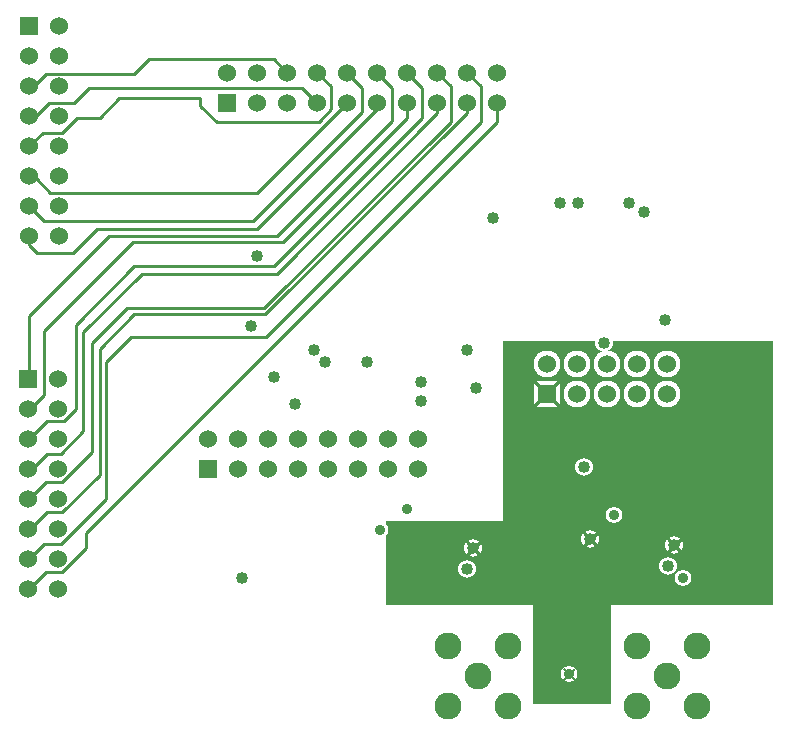
<source format=gbr>
G04 Title: RX Daughterboard, layergroup #4 *
G04 Creator: pcb-bin 1.99q *
G04 CreationDate: Thu Mar  2 20:16:19 2006 UTC *
G04 For: matt *
G04 Format: Gerber/RS-274X *
G04 PCB-Dimensions: 275000 250000 *
G04 PCB-Coordinate-Origin: lower left *
%MOIN*%
%FSLAX24Y24*%
G04 contains layers Vcc-sldr (2) *
%IPPOS*%
%ADD11C,0.0080*%
%ADD12C,0.0280*%
%ADD13C,0.0100*%
%ADD14C,0.0300*%
%ADD15R,0.0240X0.0240*%
%ADD16R,0.0440X0.0440*%
%ADD17R,0.0300X0.0300*%
%ADD18C,0.0060*%
%ADD19R,0.0200X0.0200*%
%ADD20R,0.0540X0.0540*%
%ADD21C,0.0200*%
%ADD22C,0.0500*%
%ADD23R,0.0500X0.0500*%
%ADD24R,0.0600X0.0600*%
%ADD25R,0.0660X0.0660*%
%ADD26R,0.0900X0.0900X0.0600X0.0600*%
%ADD27R,0.0900X0.0900*%
%ADD28C,0.0600*%
%ADD29C,0.0660*%
%AMTHERM1*7,0,0,0.0900,0.0600,0.0100,45*%
%ADD30THERM1*%
%ADD31C,0.0900X0.0600*%
%ADD32C,0.0900*%
%ADD33C,0.1200X0.0900*%
%ADD34C,0.1200*%
%ADD35C,0.0150*%
%AMTHERM2*7,0,0,0.1200,0.0900,0.0150,45*%
%ADD36THERM2*%
%ADD37C,0.0720*%
%ADD38C,0.0920X0.0720*%
%ADD39C,0.0920*%
%ADD40C,0.0240*%
%ADD41C,0.0340*%
%ADD42C,0.1320*%
%ADD43C,0.1100*%
%ADD44C,0.1520*%
%ADD45C,0.1520X0.1320*%
%ADD46C,0.0400*%
%ADD47C,0.0600X0.0400*%
%AMTHERM3*7,0,0,0.0600,0.0400,0.0100,45*%
%ADD48THERM3*%
%ADD49C,0.0360*%
%ADD50C,0.0560*%
%ADD51C,0.0560X0.0360*%
%AMTHERM4*7,0,0,0.0560,0.0360,0.0080,45*%
%ADD52THERM4*%
%LNGROUP_3*%
%LPD*%
G01X0Y0D02*
G54D13*G36*
X17900Y900D02*X20500D01*
Y4700D01*
X17900D01*
Y900D01*
G37*
G36*
X13000Y7000D02*X18500D01*
Y4200D01*
X13000D01*
Y7000D01*
G37*
G36*
X25900Y4200D02*X16900D01*
Y13000D01*
X25900D01*
Y4200D01*
G37*
%LNCUTS*%
%LPC*%
G54D50*X19100Y1900D03*
G54D28*X15700Y5400D03*
X15900Y6100D03*
G54D50*X12800Y6700D03*
G54D28*X22400Y5500D03*
X22600Y6200D03*
X19800Y6400D03*
G54D50*X20600Y7200D03*
X22900Y5100D03*
G54D28*X20250Y12950D03*
X19600Y8800D03*
G54D27*X18350Y11250D03*
G54D32*Y12250D03*
X19350Y11250D03*
Y12250D03*
X20350Y11250D03*
Y12250D03*
X21350Y11250D03*
Y12250D03*
X22350Y11250D03*
Y12250D03*
%LNTRACKS*%
%LPD*%
G54D13*X3650Y8050D02*Y8400D01*
X1650Y5300D02*X1100Y4750D01*
X2194Y5300D02*X1650D01*
X3000Y6105D02*X2194Y5300D01*
X3000Y6600D02*Y6105D01*
X16700Y20300D02*X3000Y6600D01*
X16700Y20950D02*Y20300D01*
X1600Y6250D02*X1150Y5800D01*
X2144Y6250D02*X1600D01*
X3650Y7755D02*X2144Y6250D01*
X3650Y12300D02*Y7755D01*
X4500Y13150D02*X3650Y12300D01*
X9000Y13150D02*X4500D01*
X16150Y20300D02*X9000Y13150D01*
X16150Y21500D02*Y20300D01*
X15700Y21950D02*X16150Y21500D01*
X1700Y7300D02*X1100Y6700D01*
X2194Y7300D02*X1700D01*
X3450Y8555D02*X2194Y7300D01*
X3450Y12750D02*Y8555D01*
X4600Y13900D02*X3450Y12750D01*
X8969Y13900D02*X4600D01*
X15700Y20631D02*X8969Y13900D01*
X15700Y20950D02*Y20631D01*
X1650Y8300D02*X1100Y7750D01*
X2194Y8300D02*X1650D01*
X3200Y9305D02*X2194Y8300D01*
X3200Y12950D02*Y9305D01*
X4350Y14100D02*X3200Y12950D01*
X8928Y14100D02*X4350D01*
X15150Y20321D02*X8928Y14100D01*
X15150Y21500D02*Y20321D01*
X14700Y21950D02*X15150Y21500D01*
X1700Y9250D02*X1150Y8700D01*
X2144Y9250D02*X1700D01*
X2900Y10005D02*X2144Y9250D01*
X2900Y13300D02*Y10005D01*
X4850Y15250D02*X2900Y13300D01*
X9350Y15250D02*X4850D01*
X14700Y20600D02*X9350Y15250D01*
X14700Y20950D02*Y20600D01*
X1700Y10350D02*X1100Y9750D01*
X2244Y10350D02*X1700D01*
X2650Y10755D02*X2244Y10350D01*
X2650Y13550D02*Y10755D01*
X4600Y15500D02*X2650Y13550D01*
X9250Y15500D02*X4600D01*
X14200Y20450D02*X9250Y15500D01*
X14200Y21450D02*Y20450D01*
X13700Y21950D02*X14200Y21450D01*
X1600Y11200D02*X1100Y10700D01*
X1600Y13350D02*Y11200D01*
X4550Y16300D02*X1600Y13350D01*
X9550Y16300D02*X4550D01*
X13700Y20450D02*X9550Y16300D01*
X13700Y20950D02*Y20450D01*
X1100Y13850D02*Y11750D01*
X3750Y16500D02*X1100Y13850D01*
X9350Y16500D02*X3750D01*
X13200Y20350D02*X9350Y16500D01*
X13200Y21450D02*Y20350D01*
X12700Y21950D02*X13200Y21450D01*
X10750Y20300D02*X10800Y20350D01*
X7350Y20300D02*X10750D01*
X6800Y20850D02*X7350Y20300D01*
X6800Y21100D02*Y20850D01*
X4100Y21100D02*X6800D01*
X3450Y20450D02*X4100Y21100D01*
X2700Y20450D02*X3450D01*
X1350Y15950D02*X1100Y16200D01*
X2550Y15950D02*X1350D01*
X3350Y16750D02*X2550Y15950D01*
X8700Y16750D02*X3350D01*
X12700Y20750D02*X8700Y16750D01*
X12700Y20950D02*Y20750D01*
X1150Y17450D02*X1100D01*
X1600Y17000D02*X1150Y17450D01*
X8550Y17000D02*X1600D01*
X12200Y20650D02*X8550Y17000D01*
X12200Y21450D02*Y20650D01*
X11700Y21950D02*X12200Y21450D01*
X1350Y18400D02*X1100D01*
X1800Y17950D02*X1350Y18400D01*
X8700Y17950D02*X1800D01*
X11700Y20950D02*X8700Y17950D01*
X1550Y19950D02*X1100Y19500D01*
X2194Y19950D02*X1550D01*
X2694Y20450D02*X2194Y19950D01*
X1100Y16200D02*Y16400D01*
X11150Y20750D02*X10800Y20350D01*
X11150Y21500D02*Y20750D01*
X10700Y21950D02*X11150Y21500D01*
X1250Y20450D02*X1100D01*
X1750Y20950D02*X1250Y20450D01*
X2600Y20950D02*X1750D01*
X3100Y21450D02*X2600Y20950D01*
X10200Y21450D02*X3100D01*
X10700Y20950D02*X10200Y21450D01*
X1200D02*X1100D01*
X1650Y21900D02*X1200Y21450D01*
X4600Y21900D02*X1650D01*
X5100Y22400D02*X4600Y21900D01*
X9250Y22400D02*X5100D01*
X9700Y21950D02*X9250Y22400D01*
G54D24*X1100Y23500D03*
G54D28*X2100D03*
X1100Y22500D03*
X2100D03*
X1100Y21500D03*
X2100D03*
X1100Y20500D03*
X2100D03*
X1100Y19500D03*
X2100D03*
X1100Y18500D03*
X2100D03*
X1100Y17500D03*
X2100D03*
X1100Y16500D03*
X2100D03*
G54D24*X1050Y11750D03*
G54D28*X2050D03*
X1050Y10750D03*
X2050D03*
X1050Y9750D03*
X2050D03*
X1050Y8750D03*
X2050D03*
X1050Y7750D03*
X2050D03*
X1050Y6750D03*
X2050D03*
X1050Y5750D03*
X2050D03*
X1050Y4750D03*
X2050D03*
G54D24*X7050Y8750D03*
G54D28*Y9750D03*
X8050Y8750D03*
Y9750D03*
X9050Y8750D03*
Y9750D03*
X10050Y8750D03*
Y9750D03*
X11050Y8750D03*
Y9750D03*
X12050Y8750D03*
Y9750D03*
X13050Y8750D03*
Y9750D03*
X14050Y8750D03*
Y9750D03*
G54D32*X22350Y1850D03*
X21350Y2850D03*
X23350D03*
X21350Y850D03*
X23350D03*
X16050Y1850D03*
X15050Y2850D03*
X17050D03*
X15050Y850D03*
X17050D03*
G54D24*X18350Y11250D03*
G54D13*X17900Y11700D02*X18800Y10800D01*
X17900D02*X18800Y11700D01*
G54D28*X18350Y12250D03*
X19350Y11250D03*
Y12250D03*
X20350Y11250D03*
Y12250D03*
X21350Y11250D03*
Y12250D03*
X22350Y11250D03*
Y12250D03*
G54D24*X7700Y20950D03*
G54D28*Y21950D03*
X8700Y20950D03*
Y21950D03*
X9700Y20950D03*
Y21950D03*
X10700Y20950D03*
Y21950D03*
X11700Y20950D03*
Y21950D03*
X12700Y20950D03*
Y21950D03*
X13700Y20950D03*
Y21950D03*
X14700Y20950D03*
Y21950D03*
X15700Y20950D03*
Y21950D03*
X16700Y20950D03*
Y21950D03*
G54D46*X9250Y11800D03*
X8200Y5100D03*
X22300Y13700D03*
X14149Y11660D03*
X8500Y13500D03*
X20250Y12950D03*
X10600Y12700D03*
X14149Y11009D03*
X16550Y17100D03*
X15679Y12730D03*
X15990Y11460D03*
X12350Y12300D03*
X9950Y10900D03*
X10950Y12300D03*
X8700Y15850D03*
X18800Y17600D03*
X19400D03*
X21100D03*
X21600Y17300D03*
X19600Y8800D03*
X22400Y5500D03*
X15700Y5400D03*
X15900Y6100D03*
G54D13*X15690Y6310D02*X16110Y5890D01*
X15690D02*X16110Y6310D01*
G54D46*X22600Y6200D03*
G54D13*X22390Y6410D02*X22810Y5990D01*
X22390D02*X22810Y6410D01*
G54D46*X19800Y6400D03*
G54D13*X19590Y6610D02*X20010Y6190D01*
X19590D02*X20010Y6610D01*
G54D49*X20600Y7200D03*
X22900Y5100D03*
X12800Y6700D03*
X13700Y7400D03*
X19100Y1900D03*
G54D11*X18904Y2096D02*X19296Y1704D01*
X18904D02*X19296Y2096D01*
M02*

</source>
